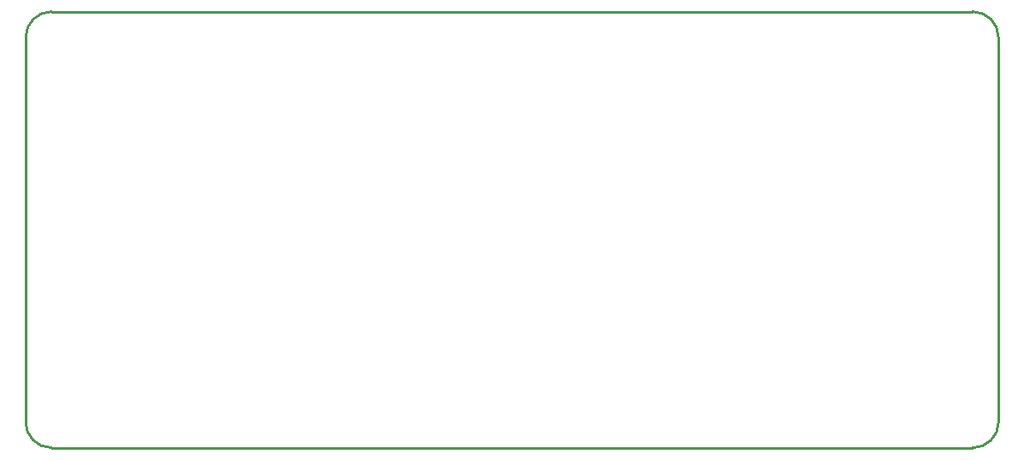
<source format=gko>
%FSLAX24Y24*%
%MOIN*%
G70*
G01*
G75*
G04 Layer_Color=16711935*
%ADD10R,0.0354X0.0315*%
%ADD11R,0.0453X0.0236*%
%ADD12O,0.0827X0.0276*%
%ADD13R,0.0315X0.0354*%
%ADD14R,0.2185X0.2677*%
%ADD15R,0.0394X0.0945*%
%ADD16R,0.2200X0.0830*%
%ADD17R,0.0433X0.0551*%
%ADD18R,0.0551X0.0433*%
%ADD19R,0.0394X0.0512*%
%ADD20R,0.0236X0.0453*%
%ADD21R,0.1575X0.1181*%
%ADD22R,0.0571X0.0236*%
%ADD23R,0.1378X0.0787*%
%ADD24O,0.0827X0.0118*%
%ADD25O,0.0118X0.0827*%
%ADD26R,0.0532X0.0846*%
%ADD27R,0.1350X0.1850*%
%ADD28R,0.0200X0.0940*%
%ADD29R,0.0790X0.0980*%
%ADD30C,0.0080*%
%ADD31C,0.0500*%
%ADD32C,0.0100*%
%ADD33C,0.0120*%
%ADD34C,0.0800*%
%ADD35C,0.0200*%
%ADD36R,0.0591X0.0591*%
%ADD37C,0.0591*%
%ADD38C,0.2000*%
%ADD39R,0.0591X0.0591*%
%ADD40C,0.0394*%
%ADD41R,0.0394X0.0394*%
%ADD42C,0.0984*%
%ADD43C,0.0320*%
%ADD44R,0.1614X0.0787*%
%ADD45R,0.0787X0.1614*%
%ADD46C,0.0098*%
%ADD47C,0.0236*%
%ADD48C,0.0079*%
%ADD49R,0.0434X0.0395*%
%ADD50R,0.0533X0.0316*%
%ADD51O,0.0907X0.0356*%
%ADD52R,0.0395X0.0434*%
%ADD53R,0.2265X0.2757*%
%ADD54R,0.0474X0.1025*%
%ADD55R,0.2280X0.0910*%
%ADD56R,0.0513X0.0631*%
%ADD57R,0.0631X0.0513*%
%ADD58R,0.0474X0.0592*%
%ADD59R,0.0316X0.0533*%
%ADD60R,0.1655X0.1261*%
%ADD61R,0.0651X0.0316*%
%ADD62R,0.1458X0.0867*%
%ADD63R,0.0612X0.0926*%
%ADD64R,0.1430X0.1930*%
%ADD65R,0.0320X0.1060*%
%ADD66R,0.0910X0.1100*%
%ADD67R,0.0671X0.0671*%
%ADD68C,0.0671*%
%ADD69C,0.2080*%
%ADD70R,0.0671X0.0671*%
%ADD71C,0.0514*%
%ADD72R,0.0514X0.0514*%
%ADD73C,0.1064*%
%ADD74C,0.0500*%
%ADD75C,0.0400*%
%ADD76R,0.1694X0.0867*%
%ADD77R,0.0867X0.1694*%
D32*
X50730Y47630D02*
G03*
X49730Y48630I-1000J0D01*
G01*
X49733Y31630D02*
G03*
X50733Y32630I0J1000D01*
G01*
X12825D02*
G03*
X13825Y31630I1000J0D01*
G01*
Y48630D02*
G03*
X12825Y47630I0J-1000D01*
G01*
X50730Y32630D02*
Y47630D01*
X47875Y31630D02*
X49733D01*
X47875Y48630D02*
X49730D01*
X13825Y31630D02*
X47875D01*
X19365Y48630D02*
X47875D01*
X12825Y32630D02*
Y47630D01*
X13825Y48630D02*
X19365D01*
M02*

</source>
